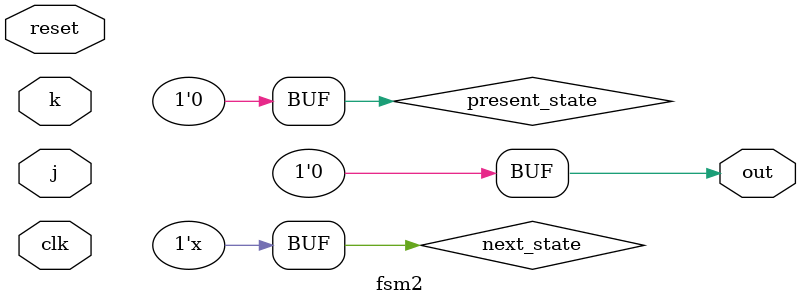
<source format=v>


/*

This is a Moore state machine with two states, two inputs, and one output. Implement this state machine.

This exercise is the same as fsm2s, but using synchronous reset.

*/

module fsm2
(
    // Ports List 
    input wire clk,
    input wire reset, 
    input wire j,
    input wire k, 
    output reg out  
);

parameter off = 0, on = 1; 

reg present_state, next_state; 


always@(posedge clk) begin 

    if(reset) present_state <= off; 
    else present_state <= next_state; 

end

always@(*) begin 

    case(present_state)
        
        off: next_state = (j)? on : off; 
        on: next_state = (k)? off : on; 
        default: present_state <= off; 

    endcase 
end 
always@(*) begin 
    
    out = (present_state); 

end 




endmodule 
</source>
